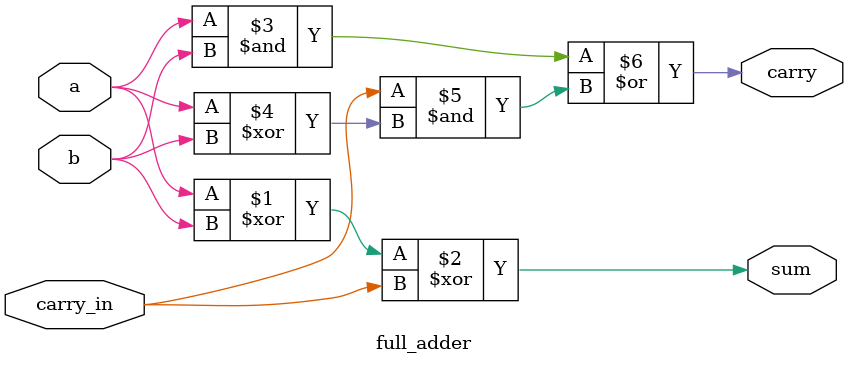
<source format=sv>
module top_module (
	input [3:0] x,
	input [3:0] y,
	output [4:0] sum
);

wire [3:0] carry;
wire [3:0] carry_out;

full_adder FA0(.a(x[0]), .b(y[0]), .carry_in(0), .sum(sum[0]), .carry(carry[0]));
full_adder FA1(.a(x[1]), .b(y[1]), .carry_in(carry[0]), .sum(sum[1]), .carry(carry[1]));
full_adder FA2(.a(x[2]), .b(y[2]), .carry_in(carry[1]), .sum(sum[2]), .carry(carry[2]));
full_adder FA3(.a(x[3]), .b(y[3]), .carry_in(carry[2]), .sum(sum[3]), .carry(carry[3]));

assign carry_out = carry[3];

endmodule
module full_adder (
	input a,
	input b,
	input carry_in,
	output sum,
	output carry
);

	assign sum = a ^ b ^ carry_in;
	assign carry = (a & b) | (carry_in & (a ^ b));

endmodule

</source>
